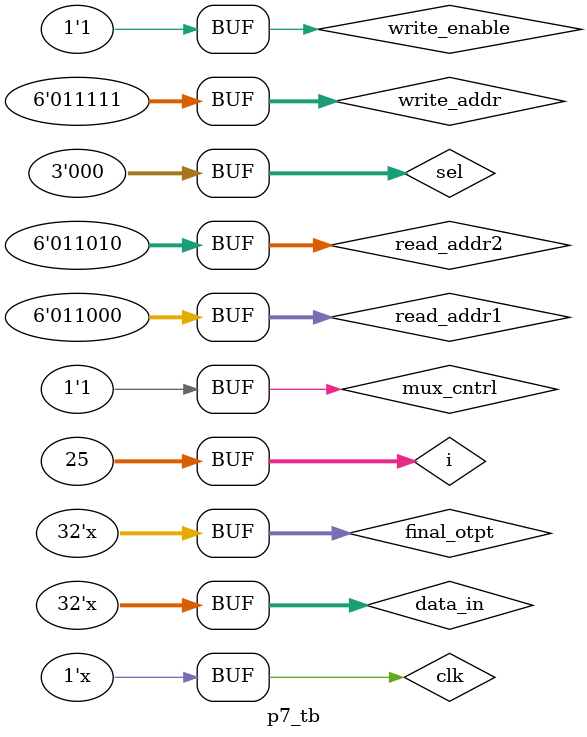
<source format=v>
module p7_tb();
	wire[31:0] otpt;
	wire carry, zero_case;
	reg[31:0] data_in, final_otpt;
	reg[2:0] sel;
	reg mux_cntrl, clk, write_enable;
	reg[5:0] read_addr1, read_addr2, write_addr;
	wire[31:0] alu1, alu2;
	integer i;

	initial
	begin
	clk <= 1'b0;
	read_addr1 <= 4'b0001;
	read_addr2 <= 4'b0010;
	sel = 3'b000;
	data_in = 0;
	write_addr = 26;
	write_enable <= 1;
	final_otpt <= 0;
	mux_cntrl <= 0;
	#200
	for(i = 0; i < 25; i = i + 1)
	begin
		data_in = $urandom%(64);
		write_enable = 1;
		mux_cntrl <= 0;
		write_addr <= i;	
		#200;
	end
	for(i = 0; i < 25; i = i + 1)
	begin
		write_enable = 0;
		mux_cntrl <= 1;
		read_addr1 <= i;
		read_addr2 <= 26;
		final_otpt <= final_otpt + otpt;	
		#200;
	end
	write_enable = 1;
	write_addr = 31;
	data_in = final_otpt;
	#200;
	end

	always #100 clk = ~clk; 

	p7 uut(otpt, alu1, alu2, carry, zero_case, data_in, mux_cntrl, clk, write_enable, 
	read_addr1, read_addr2, write_addr, sel);
			
endmodule

</source>
